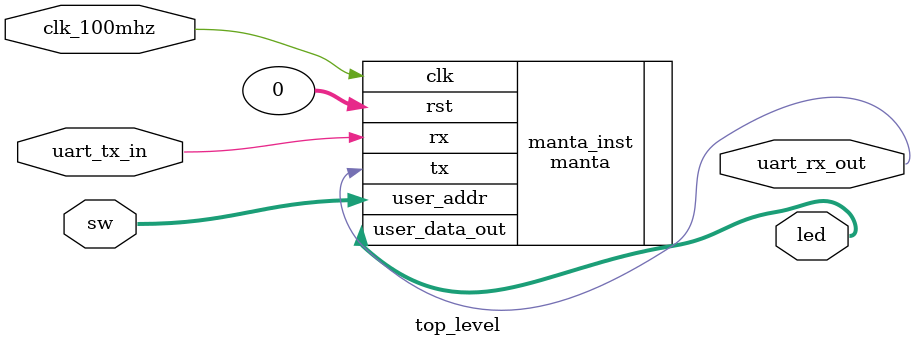
<source format=sv>
`default_nettype none
`timescale 1ns / 1ps

module top_level (
	input wire clk_100mhz,
    input wire [7:0] sw,
    output logic [7:0] led,

    input wire uart_tx_in,
	output logic uart_rx_out);

    manta manta_inst (
        .clk(clk_100mhz),
        .rst(0),

        .rx(uart_tx_in),
        .tx(uart_rx_out),

        .user_addr(sw),
        .user_data_out(led));

endmodule

`default_nettype wire
</source>
